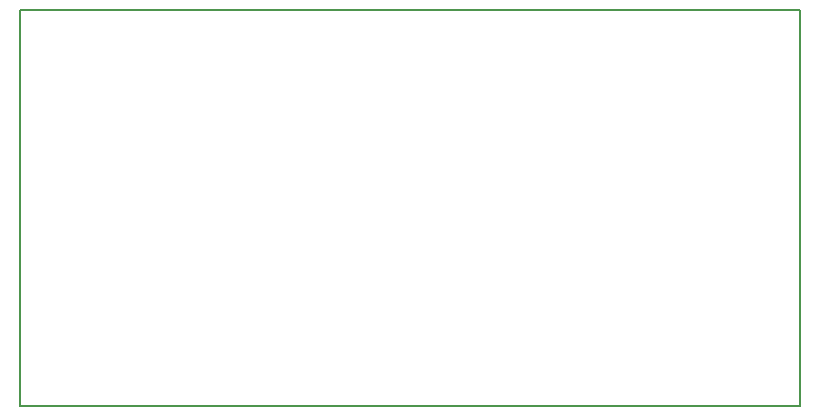
<source format=gbr>
G04 #@! TF.GenerationSoftware,KiCad,Pcbnew,(5.0.0)*
G04 #@! TF.CreationDate,2021-11-17T09:11:59+01:00*
G04 #@! TF.ProjectId,Step_Down_3_3V,537465705F446F776E5F335F33562E6B,rev?*
G04 #@! TF.SameCoordinates,Original*
G04 #@! TF.FileFunction,Profile,NP*
%FSLAX46Y46*%
G04 Gerber Fmt 4.6, Leading zero omitted, Abs format (unit mm)*
G04 Created by KiCad (PCBNEW (5.0.0)) date 11/17/21 09:11:59*
%MOMM*%
%LPD*%
G01*
G04 APERTURE LIST*
%ADD10C,0.150000*%
G04 APERTURE END LIST*
D10*
X143764000Y-112268000D02*
X209804000Y-112268000D01*
X143764000Y-145796000D02*
X143764000Y-112268000D01*
X209804000Y-145796000D02*
X143764000Y-145796000D01*
X209804000Y-112268000D02*
X209804000Y-145796000D01*
M02*

</source>
